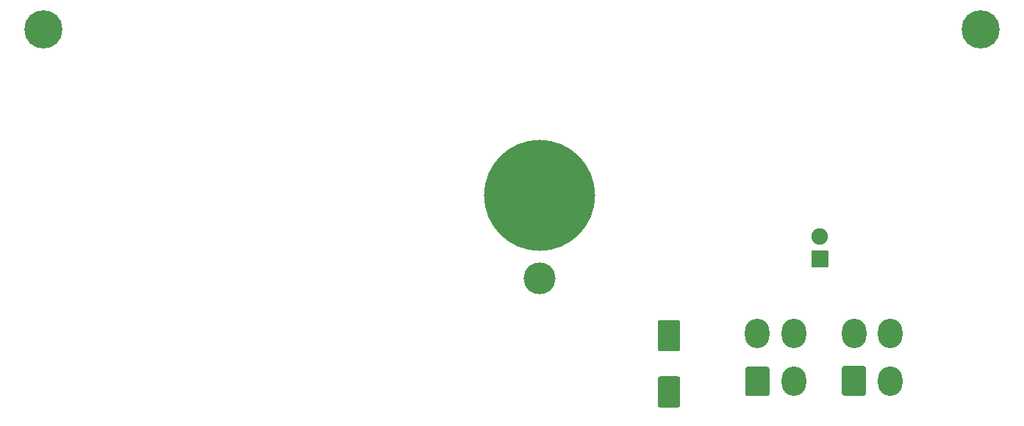
<source format=gbr>
%TF.GenerationSoftware,KiCad,Pcbnew,(5.1.10)-1*%
%TF.CreationDate,2021-11-16T17:05:13+11:00*%
%TF.ProjectId,FCS Panel PCB V2,46435320-5061-46e6-956c-205043422056,rev?*%
%TF.SameCoordinates,Original*%
%TF.FileFunction,Soldermask,Bot*%
%TF.FilePolarity,Negative*%
%FSLAX46Y46*%
G04 Gerber Fmt 4.6, Leading zero omitted, Abs format (unit mm)*
G04 Created by KiCad (PCBNEW (5.1.10)-1) date 2021-11-16 17:05:13*
%MOMM*%
%LPD*%
G01*
G04 APERTURE LIST*
%ADD10O,2.800000X3.400000*%
%ADD11C,4.400000*%
%ADD12C,12.800000*%
%ADD13C,3.672000*%
%ADD14C,1.900000*%
G04 APERTURE END LIST*
D10*
%TO.C,J2*%
X176624000Y-86788400D03*
X172424000Y-86788400D03*
X176624000Y-92288400D03*
G36*
G01*
X171024000Y-93729140D02*
X171024000Y-90847660D01*
G75*
G02*
X171283260Y-90588400I259260J0D01*
G01*
X173564740Y-90588400D01*
G75*
G02*
X173824000Y-90847660I0J-259260D01*
G01*
X173824000Y-93729140D01*
G75*
G02*
X173564740Y-93988400I-259260J0D01*
G01*
X171283260Y-93988400D01*
G75*
G02*
X171024000Y-93729140I0J259260D01*
G01*
G37*
%TD*%
%TO.C,J1*%
X187747000Y-86717200D03*
X183547000Y-86717200D03*
X187747000Y-92217200D03*
G36*
G01*
X182147000Y-93657940D02*
X182147000Y-90776460D01*
G75*
G02*
X182406260Y-90517200I259260J0D01*
G01*
X184687740Y-90517200D01*
G75*
G02*
X184947000Y-90776460I0J-259260D01*
G01*
X184947000Y-93657940D01*
G75*
G02*
X184687740Y-93917200I-259260J0D01*
G01*
X182406260Y-93917200D01*
G75*
G02*
X182147000Y-93657940I0J259260D01*
G01*
G37*
%TD*%
D11*
%TO.C,2*%
X198150894Y-51660146D03*
%TD*%
%TO.C,1*%
X90200894Y-51660146D03*
%TD*%
D12*
%TO.C,1*%
X147350894Y-70837146D03*
X147350894Y-70837146D03*
D13*
X147350894Y-80362146D03*
%TD*%
D14*
%TO.C,D24*%
X179624000Y-75615800D03*
G36*
G01*
X180524000Y-79105800D02*
X178724000Y-79105800D01*
G75*
G02*
X178674000Y-79055800I0J50000D01*
G01*
X178674000Y-77255800D01*
G75*
G02*
X178724000Y-77205800I50000J0D01*
G01*
X180524000Y-77205800D01*
G75*
G02*
X180574000Y-77255800I0J-50000D01*
G01*
X180574000Y-79055800D01*
G75*
G02*
X180524000Y-79105800I-50000J0D01*
G01*
G37*
%TD*%
%TO.C,C1*%
G36*
G01*
X161202000Y-91697400D02*
X163282000Y-91697400D01*
G75*
G02*
X163542000Y-91957400I0J-260000D01*
G01*
X163542000Y-95037400D01*
G75*
G02*
X163282000Y-95297400I-260000J0D01*
G01*
X161202000Y-95297400D01*
G75*
G02*
X160942000Y-95037400I0J260000D01*
G01*
X160942000Y-91957400D01*
G75*
G02*
X161202000Y-91697400I260000J0D01*
G01*
G37*
G36*
G01*
X161202000Y-85197400D02*
X163282000Y-85197400D01*
G75*
G02*
X163542000Y-85457400I0J-260000D01*
G01*
X163542000Y-88537400D01*
G75*
G02*
X163282000Y-88797400I-260000J0D01*
G01*
X161202000Y-88797400D01*
G75*
G02*
X160942000Y-88537400I0J260000D01*
G01*
X160942000Y-85457400D01*
G75*
G02*
X161202000Y-85197400I260000J0D01*
G01*
G37*
%TD*%
M02*

</source>
